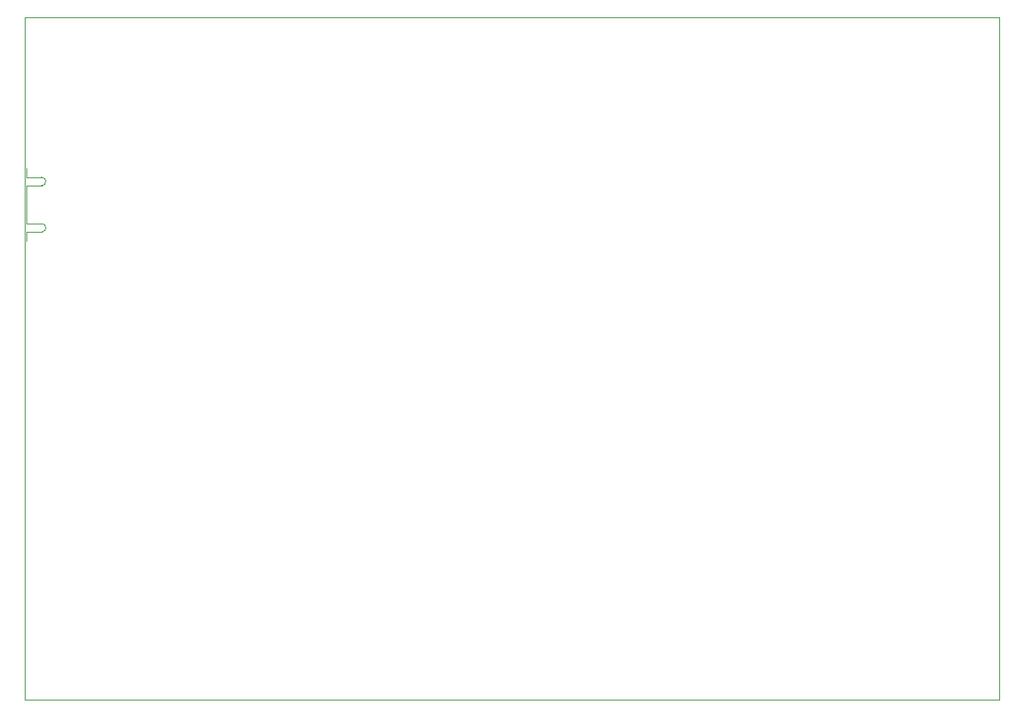
<source format=gm1>
G04 #@! TF.GenerationSoftware,KiCad,Pcbnew,8.0.6*
G04 #@! TF.CreationDate,2025-02-16T00:38:08-05:00*
G04 #@! TF.ProjectId,SCAN_mainboard,5343414e-5f6d-4616-996e-626f6172642e,v1.0*
G04 #@! TF.SameCoordinates,Original*
G04 #@! TF.FileFunction,Profile,NP*
%FSLAX46Y46*%
G04 Gerber Fmt 4.6, Leading zero omitted, Abs format (unit mm)*
G04 Created by KiCad (PCBNEW 8.0.6) date 2025-02-16 00:38:08*
%MOMM*%
%LPD*%
G01*
G04 APERTURE LIST*
G04 #@! TA.AperFunction,Profile*
%ADD10C,0.100000*%
G04 #@! TD*
G04 APERTURE END LIST*
D10*
X96850000Y-62080000D02*
X196850000Y-62080000D01*
X196850000Y-132080000D01*
X96850000Y-132080000D01*
X96850000Y-62080000D01*
X98575000Y-83255000D02*
G75*
G02*
X98575000Y-84105000I0J-425000D01*
G01*
X98575000Y-78505000D02*
G75*
G02*
X98575000Y-79355000I0J-425000D01*
G01*
X97000000Y-84105000D02*
X97000000Y-85055000D01*
X98575000Y-84105000D02*
X97000000Y-84105000D01*
X98575000Y-83255000D02*
X97000000Y-83255000D01*
X97000000Y-79355000D02*
X97000000Y-83255000D01*
X98575000Y-79355000D02*
X97000000Y-79355000D01*
X98575000Y-78505000D02*
X97000000Y-78505000D01*
X97000000Y-77555000D02*
X97000000Y-78505000D01*
M02*

</source>
